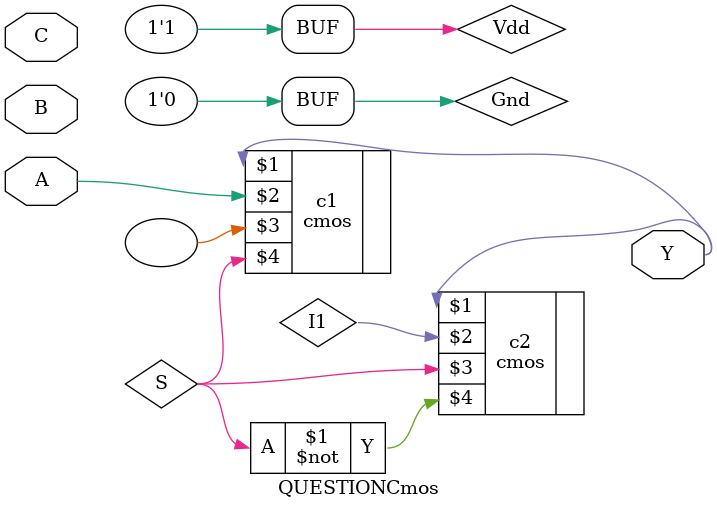
<source format=v>
module QUESTIONCmos(A,B,C,Y);
input A,B,C;
output Y;
supply1 Vdd;
supply0 Gnd;

cmos c1(Y,A,,S);

cmos c2(Y,I1,S,~S);
endmodule

</source>
